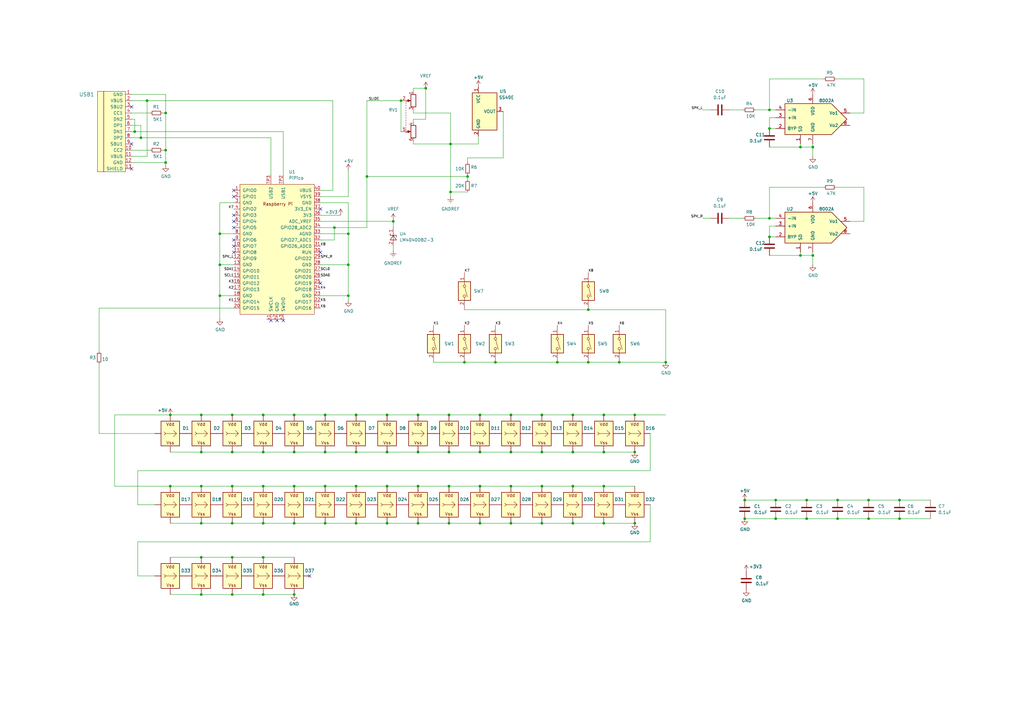
<source format=kicad_sch>
(kicad_sch (version 20231120) (generator "eeschema") (generator_version "8.0")
  (paper "A3")
  (lib_symbols
    (symbol "Device:C" (pin_numbers hide) (pin_names (offset 0.254))
      (property "Reference" "C" (at 0.635 2.54 0))
      (property "Value" "C" (at 0.635 -2.54 0))
      (symbol "C_1_1"
        (pin passive line (at 0 3.81 270) (length 2.794) (name "~") (number "1"))
        (pin passive line (at 0 -3.81 90) (length 2.794) (name "~") (number "2"))
      )
    )
    (symbol "Device:R_Potentiometer_Dual" (pin_names (offset 1.016) hide)
      (property "Reference" "RV" (at 0 3.81 0))
      (property "Value" "R_Potentiometer_Dual" (at 0 1.905 0))
      (symbol "R_Potentiometer_Dual_1_1"
        (pin passive line (at -10.16 -2.54 0) (length 1.27) (name "1") (number "1"))
        (pin passive line (at -6.35 2.54 270) (length 2.54) (name "2") (number "2"))
        (pin passive line (at -2.54 -2.54 180) (length 1.27) (name "3") (number "3"))
        (pin passive line (at 2.54 -2.54 0) (length 1.27) (name "4") (number "4"))
        (pin passive line (at 6.35 2.54 270) (length 2.54) (name "5") (number "5"))
        (pin passive line (at 10.16 -2.54 180) (length 1.27) (name "6") (number "6"))
      )
    )
    (symbol "Device:R_Small" (pin_numbers hide) (pin_names (offset 0.254) hide)
      (property "Reference" "R" (at 0.762 0.508 0))
      (property "Value" "R_Small" (at 0.762 -1.016 0))
      (symbol "R_Small_1_1"
        (pin passive line (at 0 2.54 270) (length 0.762) (name "~") (number "1"))
        (pin passive line (at 0 -2.54 90) (length 0.762) (name "~") (number "2"))
      )
    )
    (symbol "Reference_Voltage:LM4040DBZ-3" (pin_names (offset 0.0254) hide)
      (property "Reference" "U" (at 0 2.54 0))
      (property "Value" "LM4040DBZ-3" (at 0 -3.175 0))
      (symbol "LM4040DBZ-3_1_1"
        (pin passive line (at 3.81 0 180) (length 2.54) (name "K") (number "1"))
        (pin passive line (at -3.81 0 0) (length 2.54) (name "A") (number "2"))
        (pin no_connect line (at -1.27 0 0) (length 2.54) hide (name "NC") (number "3"))
      )
    )
    (symbol "Switch:SW_DIP_x01" (pin_names (offset 0) hide)
      (property "Reference" "SW" (at 0 3.81 0))
      (property "Value" "SW_DIP_x01" (at 0 -3.81 0))
      (symbol "SW_DIP_x01_1_1"
        (pin passive line (at -7.62 0 0) (length 5.08) (name "~") (number "1"))
        (pin passive line (at 7.62 0 180) (length 5.08) (name "~") (number "2"))
      )
    )
    (symbol "Type-C:HRO-TYPE-C-31-M-12" (pin_names (offset 1.016))
      (property "Reference" "USB" (at -5.08 16.51 0))
      (property "Value" "HRO-TYPE-C-31-M-12" (at -10.16 -1.27 90))
      (symbol "HRO-TYPE-C-31-M-12_1_1"
        (pin input line (at 2.54 13.97 180) (length 2.54) (name "GND") (number "1"))
        (pin input line (at 2.54 -8.89 180) (length 2.54) (name "CC2") (number "10"))
        (pin input line (at 2.54 -11.43 180) (length 2.54) (name "VBUS") (number "11"))
        (pin input line (at 2.54 -13.97 180) (length 2.54) (name "GND") (number "12"))
        (pin input line (at 2.54 -16.51 180) (length 2.54) (name "SHIELD") (number "13"))
        (pin input line (at 2.54 11.43 180) (length 2.54) (name "VBUS") (number "2"))
        (pin input line (at 2.54 8.89 180) (length 2.54) (name "SBU2") (number "3"))
        (pin input line (at 2.54 6.35 180) (length 2.54) (name "CC1") (number "4"))
        (pin input line (at 2.54 3.81 180) (length 2.54) (name "DN2") (number "5"))
        (pin input line (at 2.54 1.27 180) (length 2.54) (name "DP1") (number "6"))
        (pin input line (at 2.54 -1.27 180) (length 2.54) (name "DN1") (number "7"))
        (pin input line (at 2.54 -3.81 180) (length 2.54) (name "DP2") (number "8"))
        (pin input line (at 2.54 -6.35 180) (length 2.54) (name "SBU1") (number "9"))
      )
    )
    (symbol "geki_main:8002A" (pin_names (offset 1.016))
      (property "Reference" "U" (at 7.62 -7.62 0))
      (property "Value" "8002A" (at -10.795 7.62 0))
      (symbol "8002A_1_1"
        (pin input line (at -5.08 -10.16 90) (length 3.81) (name "SD") (number "1"))
        (pin input line (at -15.24 -3.81 0) (length 3.81) (name "BYP") (number "2"))
        (pin input line (at -15.24 0.635 0) (length 3.81) (name "+IN") (number "3"))
        (pin input line (at -15.24 3.81 0) (length 3.81) (name "-IN") (number "4"))
        (pin output line (at 15.24 2.54 180) (length 3.81) (name "Vo1") (number "5"))
        (pin power_in line (at 0 10.16 270) (length 3.81) (name "VDD") (number "6"))
        (pin power_in line (at 0 -10.16 90) (length 3.81) (name "GND") (number "7"))
        (pin output line (at 15.24 -2.54 180) (length 3.81) (name "Vo2") (number "8"))
      )
    )
    (symbol "geki_main:PiPico" (pin_names (offset 1.016))
      (property "Reference" "U" (at -13.97 27.94 0))
      (property "Value" "PiPico" (at 0.254 16.002 0))
      (symbol "PiPico_0_0"
        (text "Raspberry Pi" (at 0.254 18.542 0) (effects (font (size 1.27 1.27))))
      )
      (symbol "PiPico_1_1"
        (pin bidirectional line (at -17.78 24.13 0) (length 2.54) (name "GPIO0") (number "1"))
        (pin bidirectional line (at -17.78 1.27 0) (length 2.54) (name "GPIO7") (number "10"))
        (pin bidirectional line (at -17.78 -1.27 0) (length 2.54) (name "GPIO8") (number "11"))
        (pin bidirectional line (at -17.78 -3.81 0) (length 2.54) (name "GPIO9") (number "12"))
        (pin power_in line (at -17.78 -6.35 0) (length 2.54) (name "GND") (number "13"))
        (pin bidirectional line (at -17.78 -8.89 0) (length 2.54) (name "GPIO10") (number "14"))
        (pin bidirectional line (at -17.78 -11.43 0) (length 2.54) (name "GPIO11") (number "15"))
        (pin bidirectional line (at -17.78 -13.97 0) (length 2.54) (name "GPIO12") (number "16"))
        (pin bidirectional line (at -17.78 -16.51 0) (length 2.54) (name "GPIO13") (number "17"))
        (pin power_in line (at -17.78 -19.05 0) (length 2.54) (name "GND") (number "18"))
        (pin bidirectional line (at -17.78 -21.59 0) (length 2.54) (name "GPIO14") (number "19"))
        (pin bidirectional line (at -17.78 21.59 0) (length 2.54) (name "GPIO1") (number "2"))
        (pin bidirectional line (at -17.78 -24.13 0) (length 2.54) (name "GPIO15") (number "20"))
        (pin bidirectional line (at 17.78 -24.13 180) (length 2.54) (name "GPIO16") (number "21"))
        (pin bidirectional line (at 17.78 -21.59 180) (length 2.54) (name "GPIO17") (number "22"))
        (pin power_in line (at 17.78 -19.05 180) (length 2.54) (name "GND") (number "23"))
        (pin bidirectional line (at 17.78 -16.51 180) (length 2.54) (name "GPIO18") (number "24"))
        (pin bidirectional line (at 17.78 -13.97 180) (length 2.54) (name "GPIO19") (number "25"))
        (pin bidirectional line (at 17.78 -11.43 180) (length 2.54) (name "GPIO20") (number "26"))
        (pin bidirectional line (at 17.78 -8.89 180) (length 2.54) (name "GPIO21") (number "27"))
        (pin power_in line (at 17.78 -6.35 180) (length 2.54) (name "GND") (number "28"))
        (pin bidirectional line (at 17.78 -3.81 180) (length 2.54) (name "GPIO22") (number "29"))
        (pin power_in line (at -17.78 19.05 0) (length 2.54) (name "GND") (number "3"))
        (pin input line (at 17.78 -1.27 180) (length 2.54) (name "RUN") (number "30"))
        (pin bidirectional line (at 17.78 1.27 180) (length 2.54) (name "GPIO26_ADC0") (number "31"))
        (pin bidirectional line (at 17.78 3.81 180) (length 2.54) (name "GPIO27_ADC1") (number "32"))
        (pin power_in line (at 17.78 6.35 180) (length 2.54) (name "AGND") (number "33"))
        (pin bidirectional line (at 17.78 8.89 180) (length 2.54) (name "GPIO28_ADC2") (number "34"))
        (pin unspecified line (at 17.78 11.43 180) (length 2.54) (name "ADC_VREF") (number "35"))
        (pin unspecified line (at 17.78 13.97 180) (length 2.54) (name "3V3") (number "36"))
        (pin input line (at 17.78 16.51 180) (length 2.54) (name "3V3_EN") (number "37"))
        (pin bidirectional line (at 17.78 19.05 180) (length 2.54) (name "GND") (number "38"))
        (pin unspecified line (at 17.78 21.59 180) (length 2.54) (name "VSYS") (number "39"))
        (pin bidirectional line (at -17.78 16.51 0) (length 2.54) (name "GPIO2") (number "4"))
        (pin unspecified line (at 17.78 24.13 180) (length 2.54) (name "VBUS") (number "40"))
        (pin input line (at -2.54 -29.21 90) (length 2.54) (name "SWCLK") (number "41"))
        (pin power_in line (at 0 -29.21 90) (length 2.54) (name "GND") (number "42"))
        (pin bidirectional line (at 2.54 -29.21 90) (length 2.54) (name "SWDIO") (number "43"))
        (pin bidirectional line (at -17.78 13.97 0) (length 2.54) (name "GPIO3") (number "5"))
        (pin bidirectional line (at -17.78 11.43 0) (length 2.54) (name "GPIO4") (number "6"))
        (pin bidirectional line (at -17.78 8.89 0) (length 2.54) (name "GPIO5") (number "7"))
        (pin power_in line (at -17.78 6.35 0) (length 2.54) (name "GND") (number "8"))
        (pin bidirectional line (at -17.78 3.81 0) (length 2.54) (name "GPIO6") (number "9"))
        (pin bidirectional line (at 2.54 30.48 270) (length 3.81) (name "USB1") (number "TP2"))
        (pin bidirectional line (at -2.54 30.48 270) (length 3.81) (name "USB2") (number "TP3"))
      )
    )
    (symbol "geki_main:SS49E"
      (property "Reference" "U" (at 0 11.43 0))
      (property "Value" "SS49E" (at 0 8.89 0))
      (symbol "SS49E_1_1"
        (pin power_in line (at -2.54 10.16 270) (length 2.54) (name "VCC") (number "1"))
        (pin power_in line (at -2.54 -10.16 90) (length 2.54) (name "GND") (number "2"))
        (pin output line (at 7.62 0 180) (length 2.54) (name "VOUT") (number "3"))
      )
    )
    (symbol "geki_main:WS2812B_Unified" (pin_numbers hide) (pin_names (offset 0.254) hide)
      (property "Reference" "D10" (at 2.54 6.35 0))
      (symbol "WS2812B_Unified_0_0"
        (text "Vdd" (at 0 3.81 0) (effects (font (size 1.27 1.27))))
        (text "Vss" (at 0 -3.81 0) (effects (font (size 1.27 1.27))))
      )
      (symbol "WS2812B_Unified_1_1"
        (pin power_in line (at 0 -7.62 90) (length 2.54) (name "VSS") (number "G"))
        (pin input line (at -6.35 0 0) (length 2.54) (name "In") (number "I"))
        (pin output line (at 6.35 0 180) (length 2.54) (name "Out") (number "O"))
        (pin power_in line (at 0 7.62 270) (length 2.54) (name "VDD") (number "V"))
      )
    )
    (symbol "power:+3.3VADC" (power) (pin_names (offset 0))
      (property "Value" "+3.3VADC" (at 0 2.54 0))
      (symbol "+3.3VADC_0_0"
        (pin power_in line (at 0 0 90) (length 0) hide (name "+3.3VADC") (number "1"))
      )
    )
    (symbol "power:+3V3" (power) (pin_names (offset 0))
      (property "Value" "+3V3" (at 0 3.556 0))
      (symbol "+3V3_1_1"
        (pin power_in line (at 0 0 90) (length 0) hide (name "+3V3") (number "1"))
      )
    )
    (symbol "power:+5V" (power) (pin_names (offset 0))
      (property "Value" "+5V" (at 0 3.556 0))
      (symbol "+5V_1_1"
        (pin power_in line (at 0 0 90) (length 0) hide (name "+5V") (number "1"))
      )
    )
    (symbol "power:GND" (power) (pin_names (offset 0))
      (property "Value" "GND" (at 0 -3.81 0))
      (symbol "GND_1_1"
        (pin power_in line (at 0 0 270) (length 0) hide (name "GND") (number "1"))
      )
    )
    (symbol "power:GNDREF" (power) (pin_numbers hide) (pin_names (offset 0) hide)
      (property "Value" "GNDREF" (at 0 -3.81 0))
      (symbol "GNDREF_1_1"
        (pin power_in line (at 0 0 270) (length 0) (name "~") (number "1"))
      )
    )
  )
  (junction (at 222.25 199.39))
  (junction (at 120.65 185.42))
  (junction (at 158.75 170.18))
  (junction (at 57.785 56.515))
  (junction (at 184.15 214.63))
  (junction (at 356.235 212.725))
  (junction (at 107.95 185.42))
  (junction (at 247.65 170.18))
  (junction (at 260.35 170.18))
  (junction (at 107.95 228.6))
  (junction (at 260.35 185.42))
  (junction (at 107.95 199.39))
  (junction (at 196.85 185.42))
  (junction (at 196.85 214.63))
  (junction (at 254 148.59))
  (junction (at 171.45 170.18))
  (junction (at 95.25 214.63))
  (junction (at 184.785 59.055))
  (junction (at 209.55 199.39))
  (junction (at 273.05 148.59))
  (junction (at 82.55 199.39))
  (junction (at 146.05 170.18))
  (junction (at 133.35 185.42))
  (junction (at 315.595 52.705))
  (junction (at 69.85 199.39))
  (junction (at 234.95 214.63))
  (junction (at 120.65 170.18))
  (junction (at 146.05 185.42))
  (junction (at 318.135 212.725))
  (junction (at 174.625 36.195))
  (junction (at 315.595 97.155))
  (junction (at 305.435 205.105))
  (junction (at 120.65 243.84))
  (junction (at 196.85 170.18))
  (junction (at 234.95 185.42))
  (junction (at 328.295 60.325))
  (junction (at 164.465 41.275))
  (junction (at 158.75 199.39))
  (junction (at 146.05 214.63))
  (junction (at 90.17 121.285))
  (junction (at 171.45 199.39))
  (junction (at 95.25 243.84))
  (junction (at 241.3 127))
  (junction (at 328.295 104.775))
  (junction (at 60.325 41.275))
  (junction (at 107.95 214.63))
  (junction (at 95.25 185.42))
  (junction (at 305.435 212.725))
  (junction (at 247.65 199.39))
  (junction (at 120.65 199.39))
  (junction (at 315.595 45.085))
  (junction (at 368.935 212.725))
  (junction (at 368.935 205.105))
  (junction (at 67.945 66.675))
  (junction (at 95.25 199.39))
  (junction (at 241.3 148.59))
  (junction (at 190.5 148.59))
  (junction (at 133.35 170.18))
  (junction (at 82.55 243.84))
  (junction (at 333.375 60.325))
  (junction (at 343.535 205.105))
  (junction (at 133.35 214.63))
  (junction (at 247.65 185.42))
  (junction (at 343.535 212.725))
  (junction (at 184.15 185.42))
  (junction (at 318.135 205.105))
  (junction (at 171.45 214.63))
  (junction (at 184.15 199.39))
  (junction (at 171.45 185.42))
  (junction (at 330.835 205.105))
  (junction (at 158.75 214.63))
  (junction (at 146.05 199.39))
  (junction (at 191.77 72.39))
  (junction (at 356.235 205.105))
  (junction (at 67.945 61.595))
  (junction (at 90.17 108.585))
  (junction (at 137.16 93.345))
  (junction (at 67.945 46.355))
  (junction (at 260.35 214.63))
  (junction (at 222.25 214.63))
  (junction (at 150.495 72.39))
  (junction (at 82.55 214.63))
  (junction (at 82.55 170.18))
  (junction (at 234.95 170.18))
  (junction (at 222.25 185.42))
  (junction (at 209.55 170.18))
  (junction (at 315.595 89.535))
  (junction (at 82.55 228.6))
  (junction (at 107.95 170.18))
  (junction (at 209.55 214.63))
  (junction (at 90.17 95.885))
  (junction (at 133.35 199.39))
  (junction (at 234.95 199.39))
  (junction (at 161.29 90.805))
  (junction (at 184.785 78.74))
  (junction (at 209.55 185.42))
  (junction (at 95.25 170.18))
  (junction (at 222.25 170.18))
  (junction (at 196.85 199.39))
  (junction (at 69.85 170.18))
  (junction (at 142.875 108.585))
  (junction (at 142.875 95.885))
  (junction (at 82.55 185.42))
  (junction (at 158.75 185.42))
  (junction (at 247.65 214.63))
  (junction (at 55.245 53.975))
  (junction (at 120.65 214.63))
  (junction (at 107.95 243.84))
  (junction (at 95.25 228.6))
  (junction (at 228.6 148.59))
  (junction (at 333.375 104.775))
  (junction (at 330.835 212.725))
  (junction (at 142.875 121.285))
  (junction (at 203.2 148.59))
  (junction (at 184.15 170.18))
  (no_connect (at 113.665 131.445))
  (no_connect (at 131.445 116.205))
  (no_connect (at 95.885 100.965))
  (no_connect (at 53.975 69.215))
  (no_connect (at 53.975 43.815))
  (no_connect (at 53.975 59.055))
  (no_connect (at 131.445 103.505))
  (no_connect (at 131.445 85.725))
  (no_connect (at 111.125 131.445))
  (no_connect (at 127 236.22))
  (no_connect (at 95.885 80.645))
  (no_connect (at 95.885 98.425))
  (no_connect (at 95.885 78.105))
  (no_connect (at 95.885 88.265))
  (no_connect (at 116.205 131.445))
  (no_connect (at 95.885 103.505))
  (no_connect (at 95.885 93.345))
  (no_connect (at 95.885 90.805))
  (wire (pts (xy 315.595 92.71) (xy 318.135 92.71)))
  (wire (pts (xy 67.945 38.735) (xy 67.945 46.355)))
  (wire (pts (xy 304.8 45.085) (xy 299.085 45.085)))
  (wire (pts (xy 131.445 88.265) (xy 139.7 88.265)))
  (wire (pts (xy 90.17 83.185) (xy 90.17 95.885)))
  (wire (pts (xy 190.5 148.59) (xy 203.2 148.59)))
  (wire (pts (xy 161.29 100.965) (xy 161.29 102.87)))
  (wire (pts (xy 171.45 185.42) (xy 184.15 185.42)))
  (wire (pts (xy 315.595 45.085) (xy 318.135 45.085)))
  (wire (pts (xy 95.25 199.39) (xy 107.95 199.39)))
  (wire (pts (xy 222.25 199.39) (xy 234.95 199.39)))
  (wire (pts (xy 222.25 185.42) (xy 234.95 185.42)))
  (wire (pts (xy 120.65 214.63) (xy 133.35 214.63)))
  (wire (pts (xy 131.445 121.285) (xy 142.875 121.285)))
  (wire (pts (xy 169.545 48.895) (xy 174.625 48.895)))
  (wire (pts (xy 368.935 212.725) (xy 381.635 212.725)))
  (wire (pts (xy 53.975 53.975) (xy 55.245 53.975)))
  (wire (pts (xy 315.595 52.705) (xy 318.135 52.705)))
  (wire (pts (xy 247.65 170.18) (xy 260.35 170.18)))
  (wire (pts (xy 60.325 64.135) (xy 60.325 41.275)))
  (wire (pts (xy 46.99 199.39) (xy 69.85 199.39)))
  (wire (pts (xy 133.35 170.18) (xy 146.05 170.18)))
  (wire (pts (xy 142.875 83.185) (xy 142.875 95.885)))
  (wire (pts (xy 95.25 185.42) (xy 107.95 185.42)))
  (wire (pts (xy 191.77 64.77) (xy 206.375 64.77)))
  (wire (pts (xy 196.85 185.42) (xy 209.55 185.42)))
  (wire (pts (xy 348.615 90.805) (xy 354.33 90.805)))
  (wire (pts (xy 131.445 78.105) (xy 136.525 78.105)))
  (wire (pts (xy 328.295 59.055) (xy 328.295 60.325)))
  (wire (pts (xy 354.33 46.355) (xy 354.33 32.385)))
  (wire (pts (xy 82.55 228.6) (xy 95.25 228.6)))
  (wire (pts (xy 234.95 170.18) (xy 247.65 170.18)))
  (wire (pts (xy 348.615 46.355) (xy 354.33 46.355)))
  (wire (pts (xy 56.515 193.04) (xy 56.515 207.01)))
  (wire (pts (xy 95.25 243.84) (xy 107.95 243.84)))
  (wire (pts (xy 111.125 56.515) (xy 57.785 56.515)))
  (wire (pts (xy 184.785 59.055) (xy 196.215 59.055)))
  (wire (pts (xy 146.05 199.39) (xy 158.75 199.39)))
  (wire (pts (xy 328.295 60.325) (xy 333.375 60.325)))
  (wire (pts (xy 241.3 127) (xy 273.05 127)))
  (wire (pts (xy 241.3 148.59) (xy 254 148.59)))
  (wire (pts (xy 171.45 214.63) (xy 184.15 214.63)))
  (wire (pts (xy 315.595 97.155) (xy 318.135 97.155)))
  (wire (pts (xy 315.595 76.835) (xy 315.595 89.535)))
  (wire (pts (xy 131.445 90.805) (xy 161.29 90.805)))
  (wire (pts (xy 273.05 127) (xy 273.05 148.59)))
  (wire (pts (xy 133.35 199.39) (xy 146.05 199.39)))
  (wire (pts (xy 191.77 66.675) (xy 191.77 64.77)))
  (wire (pts (xy 333.375 60.325) (xy 333.375 59.055)))
  (wire (pts (xy 234.95 185.42) (xy 247.65 185.42)))
  (wire (pts (xy 196.215 55.88) (xy 196.215 59.055)))
  (wire (pts (xy 209.55 199.39) (xy 222.25 199.39)))
  (wire (pts (xy 328.295 104.775) (xy 333.375 104.775)))
  (wire (pts (xy 90.17 95.885) (xy 90.17 108.585)))
  (wire (pts (xy 142.875 121.285) (xy 142.875 123.19)))
  (wire (pts (xy 164.465 41.275) (xy 164.465 53.975)))
  (wire (pts (xy 333.375 108.585) (xy 333.375 104.775)))
  (wire (pts (xy 184.785 59.055) (xy 184.785 78.74)))
  (wire (pts (xy 133.35 185.42) (xy 146.05 185.42)))
  (wire (pts (xy 318.135 205.105) (xy 330.835 205.105)))
  (wire (pts (xy 354.33 90.805) (xy 354.33 76.835)))
  (wire (pts (xy 222.25 214.63) (xy 234.95 214.63)))
  (wire (pts (xy 288.29 89.535) (xy 291.465 89.535)))
  (wire (pts (xy 120.65 170.18) (xy 133.35 170.18)))
  (wire (pts (xy 116.205 71.755) (xy 116.205 53.975)))
  (wire (pts (xy 55.245 48.895) (xy 55.245 53.975)))
  (wire (pts (xy 234.95 214.63) (xy 247.65 214.63)))
  (wire (pts (xy 333.375 64.135) (xy 333.375 60.325)))
  (wire (pts (xy 116.205 53.975) (xy 55.245 53.975)))
  (wire (pts (xy 82.55 243.84) (xy 95.25 243.84)))
  (wire (pts (xy 330.835 212.725) (xy 343.535 212.725)))
  (wire (pts (xy 69.85 214.63) (xy 82.55 214.63)))
  (wire (pts (xy 169.545 59.055) (xy 169.545 57.785)))
  (wire (pts (xy 46.99 170.18) (xy 69.85 170.18)))
  (wire (pts (xy 209.55 170.18) (xy 222.25 170.18)))
  (wire (pts (xy 137.16 93.345) (xy 150.495 93.345)))
  (wire (pts (xy 46.99 170.18) (xy 46.99 199.39)))
  (wire (pts (xy 184.785 59.055) (xy 169.545 59.055)))
  (wire (pts (xy 150.495 41.275) (xy 164.465 41.275)))
  (wire (pts (xy 53.975 66.675) (xy 67.945 66.675)))
  (wire (pts (xy 57.785 51.435) (xy 57.785 56.515)))
  (wire (pts (xy 158.75 214.63) (xy 171.45 214.63)))
  (wire (pts (xy 174.625 36.195) (xy 174.625 48.895)))
  (wire (pts (xy 260.35 170.18) (xy 273.05 170.18)))
  (wire (pts (xy 177.8 148.59) (xy 190.5 148.59)))
  (wire (pts (xy 337.82 32.385) (xy 315.595 32.385)))
  (wire (pts (xy 40.64 126.365) (xy 40.64 144.145)))
  (wire (pts (xy 111.125 71.755) (xy 111.125 56.515)))
  (wire (pts (xy 82.55 170.18) (xy 95.25 170.18)))
  (wire (pts (xy 150.495 72.39) (xy 191.77 72.39)))
  (wire (pts (xy 82.55 199.39) (xy 95.25 199.39)))
  (wire (pts (xy 120.65 185.42) (xy 133.35 185.42)))
  (wire (pts (xy 328.295 103.505) (xy 328.295 104.775)))
  (wire (pts (xy 95.25 228.6) (xy 107.95 228.6)))
  (wire (pts (xy 184.785 46.355) (xy 184.785 59.055)))
  (wire (pts (xy 137.16 93.345) (xy 137.16 98.425)))
  (wire (pts (xy 305.435 212.725) (xy 318.135 212.725)))
  (wire (pts (xy 171.45 170.18) (xy 184.15 170.18)))
  (wire (pts (xy 133.35 214.63) (xy 146.05 214.63)))
  (wire (pts (xy 53.975 64.135) (xy 60.325 64.135)))
  (wire (pts (xy 150.495 72.39) (xy 150.495 93.345)))
  (wire (pts (xy 266.7 193.04) (xy 56.515 193.04)))
  (wire (pts (xy 60.325 41.275) (xy 136.525 41.275)))
  (wire (pts (xy 266.7 207.01) (xy 266.7 222.25)))
  (wire (pts (xy 315.595 48.26) (xy 315.595 52.705)))
  (wire (pts (xy 184.15 199.39) (xy 196.85 199.39)))
  (wire (pts (xy 234.95 199.39) (xy 247.65 199.39)))
  (wire (pts (xy 53.975 56.515) (xy 57.785 56.515)))
  (wire (pts (xy 95.25 170.18) (xy 107.95 170.18)))
  (wire (pts (xy 315.595 48.26) (xy 318.135 48.26)))
  (wire (pts (xy 107.95 243.84) (xy 120.65 243.84)))
  (wire (pts (xy 196.85 199.39) (xy 209.55 199.39)))
  (wire (pts (xy 53.975 61.595) (xy 61.595 61.595)))
  (wire (pts (xy 196.85 214.63) (xy 209.55 214.63)))
  (wire (pts (xy 56.515 236.22) (xy 63.5 236.22)))
  (wire (pts (xy 107.95 214.63) (xy 120.65 214.63)))
  (wire (pts (xy 107.95 185.42) (xy 120.65 185.42)))
  (wire (pts (xy 337.82 76.835) (xy 315.595 76.835)))
  (wire (pts (xy 90.17 108.585) (xy 90.17 121.285)))
  (wire (pts (xy 318.135 212.725) (xy 330.835 212.725)))
  (wire (pts (xy 53.975 46.355) (xy 61.595 46.355)))
  (wire (pts (xy 120.65 199.39) (xy 133.35 199.39)))
  (wire (pts (xy 342.9 32.385) (xy 354.33 32.385)))
  (wire (pts (xy 309.88 45.085) (xy 315.595 45.085)))
  (wire (pts (xy 330.835 205.105) (xy 343.535 205.105)))
  (wire (pts (xy 107.95 170.18) (xy 120.65 170.18)))
  (wire (pts (xy 161.29 93.345) (xy 161.29 90.805)))
  (wire (pts (xy 69.85 243.84) (xy 82.55 243.84)))
  (wire (pts (xy 40.64 149.225) (xy 40.64 177.8)))
  (wire (pts (xy 247.65 185.42) (xy 260.35 185.42)))
  (wire (pts (xy 67.945 61.595) (xy 66.675 61.595)))
  (wire (pts (xy 309.88 89.535) (xy 315.595 89.535)))
  (wire (pts (xy 169.545 46.355) (xy 184.785 46.355)))
  (wire (pts (xy 53.975 38.735) (xy 67.945 38.735)))
  (wire (pts (xy 53.975 41.275) (xy 60.325 41.275)))
  (wire (pts (xy 82.55 214.63) (xy 95.25 214.63)))
  (wire (pts (xy 315.595 89.535) (xy 318.135 89.535)))
  (wire (pts (xy 131.445 83.185) (xy 142.875 83.185)))
  (wire (pts (xy 184.15 185.42) (xy 196.85 185.42)))
  (wire (pts (xy 107.95 228.6) (xy 120.65 228.6)))
  (wire (pts (xy 174.625 36.195) (xy 169.545 36.195)))
  (wire (pts (xy 356.235 212.725) (xy 368.935 212.725)))
  (wire (pts (xy 158.75 170.18) (xy 171.45 170.18)))
  (wire (pts (xy 304.8 89.535) (xy 299.085 89.535)))
  (wire (pts (xy 95.885 83.185) (xy 90.17 83.185)))
  (wire (pts (xy 90.17 121.285) (xy 95.885 121.285)))
  (wire (pts (xy 142.875 108.585) (xy 142.875 121.285)))
  (wire (pts (xy 206.375 45.72) (xy 206.375 64.77)))
  (wire (pts (xy 247.65 199.39) (xy 260.35 199.39)))
  (wire (pts (xy 247.65 214.63) (xy 260.35 214.63)))
  (wire (pts (xy 69.85 228.6) (xy 82.55 228.6)))
  (wire (pts (xy 342.9 76.835) (xy 354.33 76.835)))
  (wire (pts (xy 142.875 80.645) (xy 142.875 69.85)))
  (wire (pts (xy 146.05 185.42) (xy 158.75 185.42)))
  (wire (pts (xy 158.75 185.42) (xy 171.45 185.42)))
  (wire (pts (xy 228.6 148.59) (xy 241.3 148.59)))
  (wire (pts (xy 209.55 214.63) (xy 222.25 214.63)))
  (wire (pts (xy 333.375 104.775) (xy 333.375 103.505)))
  (wire (pts (xy 356.235 205.105) (xy 368.935 205.105)))
  (wire (pts (xy 315.595 60.325) (xy 328.295 60.325)))
  (wire (pts (xy 190.5 127) (xy 241.3 127)))
  (wire (pts (xy 131.445 108.585) (xy 142.875 108.585)))
  (wire (pts (xy 266.7 222.25) (xy 56.515 222.25)))
  (wire (pts (xy 67.945 46.355) (xy 67.945 61.595)))
  (wire (pts (xy 184.15 214.63) (xy 196.85 214.63)))
  (wire (pts (xy 82.55 185.42) (xy 95.25 185.42)))
  (wire (pts (xy 142.875 95.885) (xy 142.875 108.585)))
  (wire (pts (xy 196.85 170.18) (xy 209.55 170.18)))
  (wire (pts (xy 191.77 71.755) (xy 191.77 72.39)))
  (wire (pts (xy 67.945 66.675) (xy 67.945 67.945)))
  (wire (pts (xy 56.515 222.25) (xy 56.515 236.22)))
  (wire (pts (xy 191.77 72.39) (xy 191.77 73.66)))
  (wire (pts (xy 343.535 212.725) (xy 356.235 212.725)))
  (wire (pts (xy 266.7 177.8) (xy 266.7 193.04)))
  (wire (pts (xy 161.29 90.17) (xy 161.29 90.805)))
  (wire (pts (xy 315.595 104.775) (xy 328.295 104.775)))
  (wire (pts (xy 184.785 78.74) (xy 184.785 80.645)))
  (wire (pts (xy 69.85 199.39) (xy 82.55 199.39)))
  (wire (pts (xy 131.445 95.885) (xy 142.875 95.885)))
  (wire (pts (xy 171.45 199.39) (xy 184.15 199.39)))
  (wire (pts (xy 209.55 185.42) (xy 222.25 185.42)))
  (wire (pts (xy 137.16 98.425) (xy 131.445 98.425)))
  (wire (pts (xy 184.785 78.74) (xy 191.77 78.74)))
  (wire (pts (xy 146.05 170.18) (xy 158.75 170.18)))
  (wire (pts (xy 184.15 170.18) (xy 196.85 170.18)))
  (wire (pts (xy 40.64 177.8) (xy 63.5 177.8)))
  (wire (pts (xy 53.975 51.435) (xy 57.785 51.435)))
  (wire (pts (xy 67.945 61.595) (xy 67.945 66.675)))
  (wire (pts (xy 95.25 214.63) (xy 107.95 214.63)))
  (wire (pts (xy 315.595 32.385) (xy 315.595 45.085)))
  (wire (pts (xy 56.515 207.01) (xy 63.5 207.01)))
  (wire (pts (xy 131.445 93.345) (xy 137.16 93.345)))
  (wire (pts (xy 315.595 92.71) (xy 315.595 97.155)))
  (wire (pts (xy 222.25 170.18) (xy 234.95 170.18)))
  (wire (pts (xy 305.435 205.105) (xy 318.135 205.105)))
  (wire (pts (xy 53.975 48.895) (xy 55.245 48.895)))
  (wire (pts (xy 90.17 95.885) (xy 95.885 95.885)))
  (wire (pts (xy 67.945 46.355) (xy 66.675 46.355)))
  (wire (pts (xy 69.85 185.42) (xy 82.55 185.42)))
  (wire (pts (xy 288.29 45.085) (xy 291.465 45.085)))
  (wire (pts (xy 40.64 126.365) (xy 95.885 126.365)))
  (wire (pts (xy 254 148.59) (xy 273.05 148.59)))
  (wire (pts (xy 69.85 170.18) (xy 82.55 170.18)))
  (wire (pts (xy 158.75 199.39) (xy 171.45 199.39)))
  (wire (pts (xy 169.545 36.195) (xy 169.545 37.465)))
  (wire (pts (xy 90.17 121.285) (xy 90.17 130.81)))
  (wire (pts (xy 90.17 108.585) (xy 95.885 108.585)))
  (wire (pts (xy 343.535 205.105) (xy 356.235 205.105)))
  (wire (pts (xy 131.445 80.645) (xy 142.875 80.645)))
  (wire (pts (xy 169.545 46.355) (xy 169.545 45.085)))
  (wire (pts (xy 136.525 41.275) (xy 136.525 78.105)))
  (wire (pts (xy 150.495 41.275) (xy 150.495 72.39)))
  (wire (pts (xy 107.95 199.39) (xy 120.65 199.39)))
  (wire (pts (xy 368.935 205.105) (xy 381.635 205.105)))
  (wire (pts (xy 203.2 148.59) (xy 228.6 148.59)))
  (wire (pts (xy 146.05 214.63) (xy 158.75 214.63)))
  (wire (pts (xy 169.545 48.895) (xy 169.545 50.165)))
  (label "K1" (at 95.885 123.825 180) (effects (font (size 1 1))))
  (label "K6" (at 254 133.35 0) (effects (font (size 1 1))))
  (label "SDA0" (at 131.445 113.665 0) (effects (font (size 1 1))))
  (label "SPK_R" (at 131.445 106.045 0) (effects (font (size 1 1))))
  (label "K3" (at 203.2 133.35 0) (effects (font (size 1 1))))
  (label "SLIDE" (at 155.575 41.275 180) (effects (font (size 1 1))))
  (label "K5" (at 241.3 133.35 0) (effects (font (size 1 1))))
  (label "K6" (at 131.445 126.365 0) (effects (font (size 1 1))))
  (label "SCL1" (at 95.885 113.665 180) (effects (font (size 1 1))))
  (label "SPK_L" (at 288.29 45.085 180) (effects (font (size 1 1))))
  (label "K4" (at 228.6 133.35 0) (effects (font (size 1 1))))
  (label "K7" (at 95.885 85.725 180) (effects (font (size 1 1))))
  (label "SDA1" (at 95.885 111.125 180) (effects (font (size 1 1))))
  (label "SPK_R" (at 288.29 89.535 180) (effects (font (size 1 1))))
  (label "K4" (at 131.445 118.745 0) (effects (font (size 1 1))))
  (label "K5" (at 131.445 123.825 0) (effects (font (size 1 1))))
  (label "K2" (at 95.885 118.745 180) (effects (font (size 1 1))))
  (label "SPK_L" (at 95.885 106.045 180) (effects (font (size 1 1))))
  (label "K3" (at 95.885 116.205 180) (effects (font (size 1 1))))
  (label "K2" (at 190.5 133.35 0) (effects (font (size 1 1))))
  (label "K8" (at 131.445 100.965 0) (effects (font (size 1 1))))
  (label "K7" (at 190.5 111.76 0) (effects (font (size 1 1))))
  (label "SCL0" (at 131.445 111.125 0) (effects (font (size 1 1))))
  (label "K1" (at 177.8 133.35 0) (effects (font (size 1 1))))
  (label "K8" (at 241.3 111.76 0) (effects (font (size 1 1))))
  (symbol (lib_id "Type-C:HRO-TYPE-C-31-M-12") (at 51.435 52.705 0) (unit 1)
    (property "Reference" "USB1" (at 32.385 38.735 0) (effects (font (size 1.524 1.524)) (justify left)))
    (property "Value" "U262-161N-4BVC11" (effects (hide yes)))
    (property "Footprint" "Type-C:HRO-TYPE-C-31-M-12-Assembly" (effects (hide yes)))
    (property "LCSC" "C319148" (effects (hide yes)))
  )
  (symbol (lib_id "power:GND") (at 67.945 67.945 0) (unit 1)
    (property "Reference" "#PWR0112" (effects (hide yes)))
    (property "Value" "GND" (at 68.072 72.3392 0))
  )
  (symbol (lib_id "Device:R_Small") (at 64.135 61.595 90) (unit 1)
    (property "Reference" "R2" (at 65.405 59.055 90) (effects (justify left)))
    (property "Value" "5K1" (at 66.675 64.135 90) (effects (justify left)))
    (property "Footprint" "Resistor_SMD:R_0603_1608Metric" (effects (hide yes)))
    (property "LCSC" "C23186" (effects (hide yes)))
  )
  (symbol (lib_id "Device:R_Small") (at 64.135 46.355 90) (unit 1)
    (property "Reference" "R1" (at 65.405 43.815 90) (effects (justify left)))
    (property "Value" "5K1" (at 66.675 48.895 90) (effects (justify left)))
    (property "Footprint" "Resistor_SMD:R_0603_1608Metric" (effects (hide yes)))
    (property "LCSC" "C23186" (effects (hide yes)))
  )
  (symbol (lib_id "power:GND") (at 260.35 214.63 0) (unit 1)
    (property "Reference" "#PWR07" (effects (hide yes)))
    (property "Value" "GND" (at 260.35 218.44 0))
  )
  (symbol (lib_id "Device:C") (at 343.535 208.915 0) (unit 1)
    (property "Reference" "C4" (at 347.345 207.6449 0) (effects (justify left)))
    (property "Value" "0.1uF" (at 347.345 210.1849 0) (effects (justify left)))
    (property "Footprint" "Capacitor_SMD:C_0603_1608Metric_Pad1.08x0.95mm_HandSolder" (effects (hide yes)))
  )
  (symbol (lib_id "Device:R_Small") (at 307.34 45.085 90) (unit 1)
    (property "Reference" "R4" (at 308.61 42.545 90) (effects (justify left)))
    (property "Value" "10K" (at 309.88 47.625 90) (effects (justify left)))
    (property "Footprint" "Resistor_SMD:R_0603_1608Metric" (effects (hide yes)))
    (property "LCSC" "C23186" (effects (hide yes)))
  )
  (symbol (lib_id "Device:C") (at 330.835 208.915 0) (unit 1)
    (property "Reference" "C3" (at 334.645 207.6449 0) (effects (justify left)))
    (property "Value" "0.1uF" (at 334.645 210.1849 0) (effects (justify left)))
    (property "Footprint" "Capacitor_SMD:C_0603_1608Metric_Pad1.08x0.95mm_HandSolder" (effects (hide yes)))
  )
  (symbol (lib_id "geki_main:WS2812B_Unified") (at 171.45 177.8 0) (unit 1)
    (property "Reference" "D9" (at 177.8 175.641 0))
    (property "Value" "WS2812B_Unified" (effects (hide yes)))
    (property "Footprint" "geki_main:WS2812B-4020_UP" (effects (hide yes)))
  )
  (symbol (lib_id "geki_main:WS2812B_Unified") (at 69.85 177.8 0) (unit 1)
    (property "Reference" "D1" (at 76.2 175.641 0))
    (property "Value" "WS2812B_Unified" (effects (hide yes)))
    (property "Footprint" "geki_main:WS2812B-2835" (effects (hide yes)))
  )
  (symbol (lib_id "power:+3V3") (at 306.07 234.315 0) (unit 1)
    (property "Reference" "#PWR0105" (effects (hide yes)))
    (property "Value" "+3V3" (at 309.88 232.41 0))
  )
  (symbol (lib_id "power:GND") (at 306.07 241.935 0) (unit 1)
    (property "Reference" "#PWR0116" (effects (hide yes)))
    (property "Value" "GND" (at 306.197 246.3292 0))
  )
  (symbol (lib_id "Switch:SW_DIP_x01") (at 190.5 119.38 270) (unit 1)
    (property "Reference" "SW7" (at 194.31 119.3799 90) (effects (justify left)))
    (property "Value" "SW_DIP_x01" (effects (hide yes)))
    (property "Footprint" "geki_main:SW_Kailh_Choc_V1V2_1.00u_LED" (effects (hide yes)))
  )
  (symbol (lib_id "Device:R_Small") (at 40.64 146.685 180) (unit 1)
    (property "Reference" "R3" (at 39.37 146.685 0) (effects (justify left)))
    (property "Value" "10" (at 44.45 147.32 0) (effects (justify left)))
    (property "Footprint" "Resistor_SMD:R_0603_1608Metric" (effects (hide yes)))
    (property "LCSC" "C23186" (effects (hide yes)))
  )
  (symbol (lib_id "geki_main:WS2812B_Unified") (at 107.95 236.22 0) (unit 1)
    (property "Reference" "D36" (at 114.3 234.061 0))
    (property "Value" "WS2812B_Unified" (effects (hide yes)))
    (property "Footprint" "geki_main:WS2812B-4020" (effects (hide yes)))
  )
  (symbol (lib_id "power:GND") (at 90.17 130.81 0) (unit 1)
    (property "Reference" "#PWR0125" (effects (hide yes)))
    (property "Value" "GND" (at 90.297 135.2042 0))
  )
  (symbol (lib_id "power:+5V") (at 196.215 35.56 0) (unit 1)
    (property "Reference" "#PWR06" (effects (hide yes)))
    (property "Value" "+5V" (at 196.215 31.75 0))
  )
  (symbol (lib_id "power:GND") (at 142.875 123.19 0) (unit 1)
    (property "Reference" "#PWR0103" (effects (hide yes)))
    (property "Value" "GND" (at 143.002 127.5842 0))
  )
  (symbol (lib_id "geki_main:WS2812B_Unified") (at 120.65 207.01 0) (unit 1)
    (property "Reference" "D21" (at 127 204.851 0))
    (property "Value" "WS2812B_Unified" (effects (hide yes)))
    (property "Footprint" "geki_main:WS2812B-4020_UP" (effects (hide yes)))
  )
  (symbol (lib_id "geki_main:WS2812B_Unified") (at 184.15 177.8 0) (unit 1)
    (property "Reference" "D10" (at 190.5 175.641 0))
    (property "Value" "WS2812B_Unified" (effects (hide yes)))
    (property "Footprint" "geki_main:WS2812B-4020_UP" (effects (hide yes)))
  )
  (symbol (lib_id "geki_main:WS2812B_Unified") (at 69.85 236.22 0) (unit 1)
    (property "Reference" "D33" (at 76.2 234.061 0))
    (property "Value" "WS2812B_Unified" (effects (hide yes)))
    (property "Footprint" "geki_main:WS2812B-4020_UP" (effects (hide yes)))
  )
  (symbol (lib_id "geki_main:WS2812B_Unified") (at 222.25 177.8 0) (unit 1)
    (property "Reference" "D13" (at 228.6 175.641 0))
    (property "Value" "WS2812B_Unified" (effects (hide yes)))
    (property "Footprint" "geki_main:WS2812B-4020_UP" (effects (hide yes)))
  )
  (symbol (lib_id "geki_main:WS2812B_Unified") (at 82.55 236.22 0) (unit 1)
    (property "Reference" "D34" (at 88.9 234.061 0))
    (property "Value" "WS2812B_Unified" (effects (hide yes)))
    (property "Footprint" "geki_main:WS2812B-4020" (effects (hide yes)))
  )
  (symbol (lib_id "geki_main:WS2812B_Unified") (at 222.25 207.01 0) (unit 1)
    (property "Reference" "D29" (at 228.6 204.851 0))
    (property "Value" "WS2812B_Unified" (effects (hide yes)))
    (property "Footprint" "geki_main:WS2812B-4020_UP" (effects (hide yes)))
  )
  (symbol (lib_id "power:GNDREF") (at 184.785 80.645 0) (unit 1)
    (property "Reference" "#PWR04" (effects (hide yes)))
    (property "Value" "GNDREF" (at 184.785 85.725 0))
    (property "Description" "Power symbol creates a global label with name \"GNDREF\" , reference supply ground" (effects (hide yes)))
  )
  (symbol (lib_id "Device:C") (at 306.07 238.125 0) (unit 1)
    (property "Reference" "C8" (at 309.88 236.8549 0) (effects (justify left)))
    (property "Value" "0.1uF" (at 309.88 239.3949 0) (effects (justify left)))
    (property "Footprint" "Capacitor_SMD:C_0603_1608Metric_Pad1.08x0.95mm_HandSolder" (effects (hide yes)))
  )
  (symbol (lib_id "Device:R_Small") (at 191.77 69.215 0) (unit 1)
    (property "Reference" "R6" (at 193.04 68.58 0) (effects (justify left)))
    (property "Value" "10K" (at 186.69 69.215 0) (effects (justify left)))
    (property "Footprint" "Resistor_SMD:R_0603_1608Metric" (effects (hide yes)))
    (property "LCSC" "C23186" (effects (hide yes)))
  )
  (symbol (lib_id "Switch:SW_DIP_x01") (at 203.2 140.97 270) (unit 1)
    (property "Reference" "SW3" (at 207.01 140.9699 90) (effects (justify left)))
    (property "Value" "SW_DIP_x01" (effects (hide yes)))
    (property "Footprint" "geki_main:SW_Kailh_Choc_V1V2_1.00u_LED" (effects (hide yes)))
  )
  (symbol (lib_id "geki_main:8002A") (at 333.375 93.345 0) (unit 1)
    (property "Reference" "U2" (at 322.58 85.725 0) (effects (justify left)))
    (property "Value" "8002A" (at 335.915 85.725 0) (effects (justify left)))
    (property "Footprint" "Package_SO:SO-8_3.9x4.9mm_P1.27mm" (effects (hide yes)))
  )
  (symbol (lib_id "Device:C") (at 381.635 208.915 0) (unit 1)
    (property "Reference" "C7" (at 384.81 207.6449 0) (effects (justify left)))
    (property "Value" "0.1uF" (at 384.81 210.1849 0) (effects (justify left)))
    (property "Footprint" "Capacitor_SMD:C_0603_1608Metric_Pad1.08x0.95mm_HandSolder" (effects (hide yes)))
  )
  (symbol (lib_id "power:+3.3VADC") (at 174.625 36.195 0) (unit 1)
    (property "Reference" "#PWR05" (effects (hide yes)))
    (property "Value" "VREF" (at 174.625 31.115 0))
  )
  (symbol (lib_id "power:GND") (at 333.375 64.135 0) (unit 1)
    (property "Reference" "#PWR0104" (effects (hide yes)))
    (property "Value" "GND" (at 333.502 68.5292 0))
  )
  (symbol (lib_id "Switch:SW_DIP_x01") (at 254 140.97 270) (unit 1)
    (property "Reference" "SW6" (at 258.445 140.9699 90) (effects (justify left)))
    (property "Value" "SW_DIP_x01" (effects (hide yes)))
    (property "Footprint" "geki_main:SW_Kailh_Choc_V1V2_1.00u_LED" (effects (hide yes)))
  )
  (symbol (lib_id "power:+3.3VADC") (at 161.29 90.17 0) (unit 1)
    (property "Reference" "#PWR02" (effects (hide yes)))
    (property "Value" "VREF" (at 161.29 85.725 0))
  )
  (symbol (lib_id "geki_main:WS2812B_Unified") (at 196.85 177.8 0) (unit 1)
    (property "Reference" "D11" (at 203.2 175.641 0))
    (property "Value" "WS2812B_Unified" (effects (hide yes)))
    (property "Footprint" "geki_main:WS2812B-4020_UP" (effects (hide yes)))
  )
  (symbol (lib_id "geki_main:WS2812B_Unified") (at 260.35 207.01 0) (unit 1)
    (property "Reference" "D32" (at 266.7 204.851 0))
    (property "Value" "WS2812B_Unified" (effects (hide yes)))
    (property "Footprint" "geki_main:WS2812B-4020_UP" (effects (hide yes)))
  )
  (symbol (lib_id "geki_main:WS2812B_Unified") (at 209.55 177.8 0) (unit 1)
    (property "Reference" "D12" (at 215.9 175.641 0))
    (property "Value" "WS2812B_Unified" (effects (hide yes)))
    (property "Footprint" "geki_main:WS2812B-4020_UP" (effects (hide yes)))
  )
  (symbol (lib_id "geki_main:WS2812B_Unified") (at 158.75 207.01 0) (unit 1)
    (property "Reference" "D24" (at 165.1 204.851 0))
    (property "Value" "WS2812B_Unified" (effects (hide yes)))
    (property "Footprint" "geki_main:WS2812B-4020_UP" (effects (hide yes)))
  )
  (symbol (lib_id "Device:C") (at 356.235 208.915 0) (unit 1)
    (property "Reference" "C5" (at 360.045 207.6449 0) (effects (justify left)))
    (property "Value" "0.1uF" (at 360.045 210.1849 0) (effects (justify left)))
    (property "Footprint" "Capacitor_SMD:C_0603_1608Metric_Pad1.08x0.95mm_HandSolder" (effects (hide yes)))
  )
  (symbol (lib_id "geki_main:WS2812B_Unified") (at 234.95 207.01 0) (unit 1)
    (property "Reference" "D30" (at 241.3 204.851 0))
    (property "Value" "WS2812B_Unified" (effects (hide yes)))
    (property "Footprint" "geki_main:WS2812B-4020_UP" (effects (hide yes)))
  )
  (symbol (lib_id "power:+5V") (at 142.875 69.85 0) (unit 1)
    (property "Reference" "#PWR01" (effects (hide yes)))
    (property "Value" "+5V" (at 142.875 66.04 0))
  )
  (symbol (lib_id "Device:C") (at 368.935 208.915 0) (unit 1)
    (property "Reference" "C6" (at 372.11 207.6449 0) (effects (justify left)))
    (property "Value" "0.1uF" (at 372.11 210.1849 0) (effects (justify left)))
    (property "Footprint" "Capacitor_SMD:C_0603_1608Metric_Pad1.08x0.95mm_HandSolder" (effects (hide yes)))
  )
  (symbol (lib_id "power:+5V") (at 333.375 38.735 0) (unit 1)
    (property "Reference" "#PWR0109" (effects (hide yes)))
    (property "Value" "+5V" (at 333.375 34.925 0))
  )
  (symbol (lib_id "geki_main:WS2812B_Unified") (at 158.75 177.8 0) (unit 1)
    (property "Reference" "D8" (at 165.1 175.641 0))
    (property "Value" "WS2812B_Unified" (effects (hide yes)))
    (property "Footprint" "geki_main:WS2812B-4020_UP" (effects (hide yes)))
  )
  (symbol (lib_id "power:GNDREF") (at 161.29 102.87 0) (unit 1)
    (property "Reference" "#PWR03" (effects (hide yes)))
    (property "Value" "GNDREF" (at 161.29 107.95 0))
    (property "Description" "Power symbol creates a global label with name \"GNDREF\" , reference supply ground" (effects (hide yes)))
  )
  (symbol (lib_id "geki_main:WS2812B_Unified") (at 95.25 207.01 0) (unit 1)
    (property "Reference" "D19" (at 101.6 204.851 0))
    (property "Value" "WS2812B_Unified" (effects (hide yes)))
    (property "Footprint" "geki_main:WS2812B-4020_UP" (effects (hide yes)))
  )
  (symbol (lib_id "Device:C") (at 295.275 45.085 90) (unit 1)
    (property "Reference" "C10" (at 295.275 37.465 90))
    (property "Value" "0.1uF" (at 295.275 40.005 90))
    (property "Footprint" "Capacitor_SMD:C_0603_1608Metric_Pad1.08x0.95mm_HandSolder" (effects (hide yes)))
  )
  (symbol (lib_id "power:GND") (at 260.35 185.42 0) (unit 1)
    (property "Reference" "#PWR0101" (effects (hide yes)))
    (property "Value" "GND" (at 260.35 189.23 0))
  )
  (symbol (lib_id "Switch:SW_DIP_x01") (at 241.3 119.38 270) (unit 1)
    (property "Reference" "SW8" (at 245.745 119.3799 90) (effects (justify left)))
    (property "Value" "SW_DIP_x01" (effects (hide yes)))
    (property "Footprint" "geki_main:SW_Kailh_Choc_V1V2_1.00u_LED" (effects (hide yes)))
  )
  (symbol (lib_id "geki_main:WS2812B_Unified") (at 133.35 207.01 0) (unit 1)
    (property "Reference" "D22" (at 139.7 204.851 0))
    (property "Value" "WS2812B_Unified" (effects (hide yes)))
    (property "Footprint" "geki_main:WS2812B-4020_UP" (effects (hide yes)))
  )
  (symbol (lib_id "Switch:SW_DIP_x01") (at 190.5 140.97 270) (unit 1)
    (property "Reference" "SW2" (at 194.945 140.9699 90) (effects (justify left)))
    (property "Value" "SW_DIP_x01" (effects (hide yes)))
    (property "Footprint" "geki_main:SW_Kailh_Choc_V1V2_1.00u_LED" (effects (hide yes)))
  )
  (symbol (lib_id "power:GND") (at 273.05 148.59 0) (unit 1)
    (property "Reference" "#PWR0108" (effects (hide yes)))
    (property "Value" "GND" (at 273.177 152.9842 0))
  )
  (symbol (lib_id "geki_main:WS2812B_Unified") (at 120.65 177.8 0) (unit 1)
    (property "Reference" "D5" (at 127 175.641 0))
    (property "Value" "WS2812B_Unified" (effects (hide yes)))
    (property "Footprint" "geki_main:WS2812B-4020_UP" (effects (hide yes)))
  )
  (symbol (lib_id "geki_main:WS2812B_Unified") (at 209.55 207.01 0) (unit 1)
    (property "Reference" "D28" (at 215.9 204.851 0))
    (property "Value" "WS2812B_Unified" (effects (hide yes)))
    (property "Footprint" "geki_main:WS2812B-4020_UP" (effects (hide yes)))
  )
  (symbol (lib_id "Switch:SW_DIP_x01") (at 177.8 140.97 270) (unit 1)
    (property "Reference" "SW1" (at 182.245 140.9699 90) (effects (justify left)))
    (property "Value" "SW_DIP_x01" (effects (hide yes)))
    (property "Footprint" "geki_main:SW_Kailh_Choc_V1V2_1.00u_LED" (effects (hide yes)))
  )
  (symbol (lib_id "geki_main:WS2812B_Unified") (at 234.95 177.8 0) (unit 1)
    (property "Reference" "D14" (at 241.3 175.641 0))
    (property "Value" "WS2812B_Unified" (effects (hide yes)))
    (property "Footprint" "geki_main:WS2812B-4020_UP" (effects (hide yes)))
  )
  (symbol (lib_id "Device:R_Small") (at 340.36 32.385 90) (unit 1)
    (property "Reference" "R5" (at 341.63 29.845 90) (effects (justify left)))
    (property "Value" "47K" (at 342.9 34.925 90) (effects (justify left)))
    (property "Footprint" "Resistor_SMD:R_0603_1608Metric" (effects (hide yes)))
    (property "LCSC" "C23186" (effects (hide yes)))
  )
  (symbol (lib_id "geki_main:WS2812B_Unified") (at 171.45 207.01 0) (unit 1)
    (property "Reference" "D25" (at 177.8 204.851 0))
    (property "Value" "WS2812B_Unified" (effects (hide yes)))
    (property "Footprint" "geki_main:WS2812B-4020_UP" (effects (hide yes)))
  )
  (symbol (lib_id "geki_main:WS2812B_Unified") (at 82.55 177.8 0) (unit 1)
    (property "Reference" "D2" (at 88.9 175.641 0))
    (property "Value" "WS2812B_Unified" (effects (hide yes)))
    (property "Footprint" "geki_main:WS2812B-4020" (effects (hide yes)))
  )
  (symbol (lib_id "Device:C") (at 305.435 208.915 0) (unit 1)
    (property "Reference" "C1" (at 309.245 207.6449 0) (effects (justify left)))
    (property "Value" "0.1uF" (at 309.245 210.1849 0) (effects (justify left)))
    (property "Footprint" "Capacitor_SMD:C_0603_1608Metric_Pad1.08x0.95mm_HandSolder" (effects (hide yes)))
  )
  (symbol (lib_id "geki_main:WS2812B_Unified") (at 107.95 207.01 0) (unit 1)
    (property "Reference" "D20" (at 114.3 204.851 0))
    (property "Value" "WS2812B_Unified" (effects (hide yes)))
    (property "Footprint" "geki_main:WS2812B-4020_UP" (effects (hide yes)))
  )
  (symbol (lib_id "geki_main:WS2812B_Unified") (at 260.35 177.8 0) (unit 1)
    (property "Reference" "D16" (at 266.7 175.641 0))
    (property "Value" "WS2812B_Unified" (effects (hide yes)))
    (property "Footprint" "geki_main:WS2812B-4020_UP" (effects (hide yes)))
  )
  (symbol (lib_id "power:+5V") (at 305.435 205.105 0) (unit 1)
    (property "Reference" "#PWR0107" (effects (hide yes)))
    (property "Value" "+5V" (at 305.435 201.295 0))
  )
  (symbol (lib_id "Device:R_Small") (at 307.34 89.535 90) (unit 1)
    (property "Reference" "R8" (at 308.61 86.995 90) (effects (justify left)))
    (property "Value" "10K" (at 309.88 92.075 90) (effects (justify left)))
    (property "Footprint" "Resistor_SMD:R_0603_1608Metric" (effects (hide yes)))
    (property "LCSC" "C23186" (effects (hide yes)))
  )
  (symbol (lib_id "geki_main:WS2812B_Unified") (at 146.05 207.01 0) (unit 1)
    (property "Reference" "D23" (at 152.4 204.851 0))
    (property "Value" "WS2812B_Unified" (effects (hide yes)))
    (property "Footprint" "geki_main:WS2812B-4020_UP" (effects (hide yes)))
  )
  (symbol (lib_id "power:+5V") (at 69.85 170.18 0) (unit 1)
    (property "Reference" "#PWR0102" (effects (hide yes)))
    (property "Value" "+5V" (at 66.675 168.275 0))
  )
  (symbol (lib_id "Device:C") (at 315.595 100.965 180) (unit 1)
    (property "Reference" "C12" (at 309.88 99.695 0) (effects (justify right)))
    (property "Value" "0.1uF" (at 307.34 102.235 0) (effects (justify right)))
    (property "Footprint" "Capacitor_SMD:C_0603_1608Metric_Pad1.08x0.95mm_HandSolder" (effects (hide yes)))
  )
  (symbol (lib_id "power:GND") (at 305.435 212.725 0) (unit 1)
    (property "Reference" "#PWR0106" (effects (hide yes)))
    (property "Value" "GND" (at 305.562 217.1192 0))
  )
  (symbol (lib_id "geki_main:WS2812B_Unified") (at 107.95 177.8 0) (unit 1)
    (property "Reference" "D4" (at 114.3 175.641 0))
    (property "Value" "WS2812B_Unified" (effects (hide yes)))
    (property "Footprint" "geki_main:WS2812B-4020" (effects (hide yes)))
  )
  (symbol (lib_id "geki_main:8002A") (at 333.375 48.895 0) (unit 1)
    (property "Reference" "U3" (at 322.58 41.275 0) (effects (justify left)))
    (property "Value" "8002A" (at 335.915 41.275 0) (effects (justify left)))
    (property "Footprint" "Package_SO:SO-8_3.9x4.9mm_P1.27mm" (effects (hide yes)))
  )
  (symbol (lib_id "geki_main:WS2812B_Unified") (at 69.85 207.01 0) (unit 1)
    (property "Reference" "D17" (at 76.2 204.851 0))
    (property "Value" "WS2812B_Unified" (effects (hide yes)))
    (property "Footprint" "geki_main:WS2812B-4020_UP" (effects (hide yes)))
  )
  (symbol (lib_id "Device:C") (at 295.275 89.535 90) (unit 1)
    (property "Reference" "C9" (at 295.275 81.915 90))
    (property "Value" "0.1uF" (at 295.275 84.455 90))
    (property "Footprint" "Capacitor_SMD:C_0603_1608Metric_Pad1.08x0.95mm_HandSolder" (effects (hide yes)))
  )
  (symbol (lib_id "geki_main:WS2812B_Unified") (at 196.85 207.01 0) (unit 1)
    (property "Reference" "D27" (at 203.2 204.851 0))
    (property "Value" "WS2812B_Unified" (effects (hide yes)))
    (property "Footprint" "geki_main:WS2812B-4020_UP" (effects (hide yes)))
  )
  (symbol (lib_id "geki_main:WS2812B_Unified") (at 120.65 236.22 0) (unit 1)
    (property "Reference" "D37" (at 127 234.061 0))
    (property "Value" "WS2812B_Unified" (effects (hide yes)))
    (property "Footprint" "geki_main:WS2812B-2835" (effects (hide yes)))
  )
  (symbol (lib_id "power:GND") (at 333.375 108.585 0) (unit 1)
    (property "Reference" "#PWR010" (effects (hide yes)))
    (property "Value" "GND" (at 333.502 112.9792 0))
  )
  (symbol (lib_id "Switch:SW_DIP_x01") (at 228.6 140.97 270) (unit 1)
    (property "Reference" "SW4" (at 232.41 140.9699 90) (effects (justify left)))
    (property "Value" "SW_DIP_x01" (effects (hide yes)))
    (property "Footprint" "geki_main:SW_Kailh_Choc_V1V2_1.00u_LED" (effects (hide yes)))
  )
  (symbol (lib_id "geki_main:PiPico") (at 113.665 102.235 0) (unit 1)
    (property "Reference" "U1" (at 118.3991 70.485 0) (effects (justify left)))
    (property "Value" "PiPico" (at 118.3991 73.025 0) (effects (justify left)))
    (property "Footprint" "geki_main:RPi_Pico_SMD_Pins" (effects (hide yes)))
  )
  (symbol (lib_id "Device:C") (at 315.595 56.515 180) (unit 1)
    (property "Reference" "C11" (at 309.88 55.245 0) (effects (justify right)))
    (property "Value" "0.1uF" (at 307.34 57.785 0) (effects (justify right)))
    (property "Footprint" "Capacitor_SMD:C_0603_1608Metric_Pad1.08x0.95mm_HandSolder" (effects (hide yes)))
  )
  (symbol (lib_id "Device:R_Small") (at 191.77 76.2 0) (unit 1)
    (property "Reference" "R7" (at 193.04 76.2 0) (effects (justify left)))
    (property "Value" "20K" (at 186.69 76.2 0) (effects (justify left)))
    (property "Footprint" "Resistor_SMD:R_0603_1608Metric" (effects (hide yes)))
    (property "LCSC" "C23186" (effects (hide yes)))
  )
  (symbol (lib_id "geki_main:WS2812B_Unified") (at 82.55 207.01 0) (unit 1)
    (property "Reference" "D18" (at 88.9 204.851 0))
    (property "Value" "WS2812B_Unified" (effects (hide yes)))
    (property "Footprint" "geki_main:WS2812B-4020_UP" (effects (hide yes)))
  )
  (symbol (lib_id "Device:R_Small") (at 340.36 76.835 90) (unit 1)
    (property "Reference" "R9" (at 341.63 74.295 90) (effects (justify left)))
    (property "Value" "47K" (at 342.9 79.375 90) (effects (justify left)))
    (property "Footprint" "Resistor_SMD:R_0603_1608Metric" (effects (hide yes)))
    (property "LCSC" "C23186" (effects (hide yes)))
  )
  (symbol (lib_id "geki_main:WS2812B_Unified") (at 184.15 207.01 0) (unit 1)
    (property "Reference" "D26" (at 190.5 204.851 0))
    (property "Value" "WS2812B_Unified" (effects (hide yes)))
    (property "Footprint" "geki_main:WS2812B-4020_UP" (effects (hide yes)))
  )
  (symbol (lib_id "power:+5V") (at 333.375 83.185 0) (unit 1)
    (property "Reference" "#PWR09" (effects (hide yes)))
    (property "Value" "+5V" (at 333.375 79.375 0))
  )
  (symbol (lib_id "power:GND") (at 120.65 243.84 0) (unit 1)
    (property "Reference" "#PWR08" (effects (hide yes)))
    (property "Value" "GND" (at 120.65 247.65 0))
  )
  (symbol (lib_id "power:+3V3") (at 139.7 88.265 0) (unit 1)
    (property "Reference" "#PWR0111" (effects (hide yes)))
    (property "Value" "+3V3" (at 135.89 86.995 0))
  )
  (symbol (lib_id "Reference_Voltage:LM4040DBZ-3") (at 161.29 97.155 90) (unit 1)
    (property "Reference" "U4" (at 163.83 95.8849 90) (effects (justify right)))
    (property "Value" "LM4040DBZ-3" (at 163.83 98.4249 90) (effects (justify right)))
    (property "Footprint" "Package_TO_SOT_SMD:SOT-23" (effects (hide yes)))
    (property "Datasheet" "http://www.ti.com/lit/ds/symlink/lm4040-n.pdf" (effects (hide yes)))
    (property "Description" "3.000V Precision Micropower Shunt Voltage Reference, SOT-23" (effects (hide yes)))
  )
  (symbol (lib_id "Device:R_Potentiometer_Dual") (at 167.005 47.625 90) (mirror x) (unit 1)
    (property "Reference" "RV1" (at 161.29 45.085 90))
    (property "Value" "R_Potentiometer_Dual" (effects (hide yes)))
    (property "Footprint" "geki_main:RS45112A400G_RS45N1214001" (effects (hide yes)))
  )
  (symbol (lib_id "geki_main:WS2812B_Unified") (at 95.25 236.22 0) (unit 1)
    (property "Reference" "D35" (at 101.6 234.061 0))
    (property "Value" "WS2812B_Unified" (effects (hide yes)))
    (property "Footprint" "geki_main:WS2812B-4020" (effects (hide yes)))
  )
  (symbol (lib_id "geki_main:WS2812B_Unified") (at 247.65 177.8 0) (unit 1)
    (property "Reference" "D15" (at 254 175.641 0))
    (property "Value" "WS2812B_Unified" (effects (hide yes)))
    (property "Footprint" "geki_main:WS2812B-4020_UP" (effects (hide yes)))
  )
  (symbol (lib_id "geki_main:SS49E") (at 198.755 45.72 0) (unit 1)
    (property "Reference" "U5" (at 207.645 37.465 0) (effects (justify right)))
    (property "Value" "SS49E" (at 210.82 40.005 0) (effects (justify right)))
    (property "Footprint" "Package_TO_SOT_THT:TO-92Flat" (effects (hide yes)))
  )
  (symbol (lib_id "Switch:SW_DIP_x01") (at 241.3 140.97 270) (unit 1)
    (property "Reference" "SW5" (at 245.11 140.9699 90) (effects (justify left)))
    (property "Value" "SW_DIP_x01" (effects (hide yes)))
    (property "Footprint" "geki_main:SW_Kailh_Choc_V1V2_1.00u_LED" (effects (hide yes)))
  )
  (symbol (lib_id "geki_main:WS2812B_Unified") (at 133.35 177.8 0) (unit 1)
    (property "Reference" "D6" (at 139.7 175.641 0))
    (property "Value" "WS2812B_Unified" (effects (hide yes)))
    (property "Footprint" "geki_main:WS2812B-4020_UP" (effects (hide yes)))
  )
  (symbol (lib_id "Device:C") (at 318.135 208.915 0) (unit 1)
    (property "Reference" "C2" (at 321.945 207.6449 0) (effects (justify left)))
    (property "Value" "0.1uF" (at 321.945 210.1849 0) (effects (justify left)))
    (property "Footprint" "Capacitor_SMD:C_0603_1608Metric_Pad1.08x0.95mm_HandSolder" (effects (hide yes)))
  )
  (symbol (lib_id "geki_main:WS2812B_Unified") (at 95.25 177.8 0) (unit 1)
    (property "Reference" "D3" (at 101.6 175.641 0))
    (property "Value" "WS2812B_Unified" (effects (hide yes)))
    (property "Footprint" "geki_main:WS2812B-4020" (effects (hide yes)))
  )
  (symbol (lib_id "geki_main:WS2812B_Unified") (at 247.65 207.01 0) (unit 1)
    (property "Reference" "D31" (at 254 204.851 0))
    (property "Value" "WS2812B_Unified" (effects (hide yes)))
    (property "Footprint" "geki_main:WS2812B-4020_UP" (effects (hide yes)))
  )
  (symbol (lib_id "geki_main:WS2812B_Unified") (at 146.05 177.8 0) (unit 1)
    (property "Reference" "D7" (at 152.4 175.641 0))
    (property "Value" "WS2812B_Unified" (effects (hide yes)))
    (property "Footprint" "geki_main:WS2812B-4020_UP" (effects (hide yes)))
  )
)
</source>
